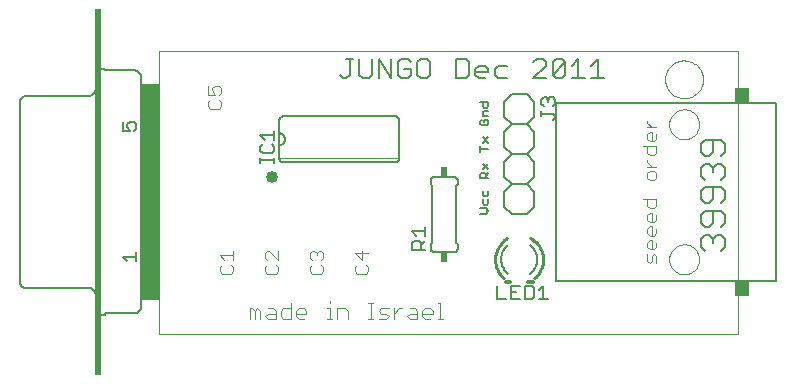
<source format=gto>
G75*
G70*
%OFA0B0*%
%FSLAX24Y24*%
%IPPOS*%
%LPD*%
%AMOC8*
5,1,8,0,0,1.08239X$1,22.5*
%
%ADD10C,0.0000*%
%ADD11C,0.0050*%
%ADD12C,0.0060*%
%ADD13C,0.0120*%
%ADD14C,0.0070*%
%ADD15C,0.0040*%
%ADD16C,0.0400*%
%ADD17C,0.0020*%
%ADD18R,0.0240X0.0340*%
%ADD19C,0.0100*%
%ADD20C,0.0080*%
%ADD21R,0.0450X0.0502*%
%ADD22R,0.0450X0.0492*%
%ADD23R,0.0200X1.2200*%
%ADD24R,0.0630X0.7244*%
D10*
X004777Y002056D02*
X004777Y011505D01*
X024069Y011505D01*
X024069Y002056D01*
X004777Y002056D01*
X021777Y004556D02*
X021779Y004600D01*
X021785Y004644D01*
X021795Y004687D01*
X021808Y004729D01*
X021825Y004770D01*
X021846Y004809D01*
X021870Y004846D01*
X021897Y004881D01*
X021927Y004913D01*
X021960Y004943D01*
X021996Y004969D01*
X022033Y004993D01*
X022073Y005012D01*
X022114Y005029D01*
X022157Y005041D01*
X022200Y005050D01*
X022244Y005055D01*
X022288Y005056D01*
X022332Y005053D01*
X022376Y005046D01*
X022419Y005035D01*
X022461Y005021D01*
X022501Y005003D01*
X022540Y004981D01*
X022576Y004957D01*
X022610Y004929D01*
X022642Y004898D01*
X022671Y004864D01*
X022697Y004828D01*
X022719Y004790D01*
X022738Y004750D01*
X022753Y004708D01*
X022765Y004666D01*
X022773Y004622D01*
X022777Y004578D01*
X022777Y004534D01*
X022773Y004490D01*
X022765Y004446D01*
X022753Y004404D01*
X022738Y004362D01*
X022719Y004322D01*
X022697Y004284D01*
X022671Y004248D01*
X022642Y004214D01*
X022610Y004183D01*
X022576Y004155D01*
X022540Y004131D01*
X022501Y004109D01*
X022461Y004091D01*
X022419Y004077D01*
X022376Y004066D01*
X022332Y004059D01*
X022288Y004056D01*
X022244Y004057D01*
X022200Y004062D01*
X022157Y004071D01*
X022114Y004083D01*
X022073Y004100D01*
X022033Y004119D01*
X021996Y004143D01*
X021960Y004169D01*
X021927Y004199D01*
X021897Y004231D01*
X021870Y004266D01*
X021846Y004303D01*
X021825Y004342D01*
X021808Y004383D01*
X021795Y004425D01*
X021785Y004468D01*
X021779Y004512D01*
X021777Y004556D01*
X021777Y009056D02*
X021779Y009100D01*
X021785Y009144D01*
X021795Y009187D01*
X021808Y009229D01*
X021825Y009270D01*
X021846Y009309D01*
X021870Y009346D01*
X021897Y009381D01*
X021927Y009413D01*
X021960Y009443D01*
X021996Y009469D01*
X022033Y009493D01*
X022073Y009512D01*
X022114Y009529D01*
X022157Y009541D01*
X022200Y009550D01*
X022244Y009555D01*
X022288Y009556D01*
X022332Y009553D01*
X022376Y009546D01*
X022419Y009535D01*
X022461Y009521D01*
X022501Y009503D01*
X022540Y009481D01*
X022576Y009457D01*
X022610Y009429D01*
X022642Y009398D01*
X022671Y009364D01*
X022697Y009328D01*
X022719Y009290D01*
X022738Y009250D01*
X022753Y009208D01*
X022765Y009166D01*
X022773Y009122D01*
X022777Y009078D01*
X022777Y009034D01*
X022773Y008990D01*
X022765Y008946D01*
X022753Y008904D01*
X022738Y008862D01*
X022719Y008822D01*
X022697Y008784D01*
X022671Y008748D01*
X022642Y008714D01*
X022610Y008683D01*
X022576Y008655D01*
X022540Y008631D01*
X022501Y008609D01*
X022461Y008591D01*
X022419Y008577D01*
X022376Y008566D01*
X022332Y008559D01*
X022288Y008556D01*
X022244Y008557D01*
X022200Y008562D01*
X022157Y008571D01*
X022114Y008583D01*
X022073Y008600D01*
X022033Y008619D01*
X021996Y008643D01*
X021960Y008669D01*
X021927Y008699D01*
X021897Y008731D01*
X021870Y008766D01*
X021846Y008803D01*
X021825Y008842D01*
X021808Y008883D01*
X021795Y008925D01*
X021785Y008968D01*
X021779Y009012D01*
X021777Y009056D01*
X021647Y010556D02*
X021649Y010606D01*
X021655Y010656D01*
X021665Y010705D01*
X021679Y010753D01*
X021696Y010800D01*
X021717Y010845D01*
X021742Y010889D01*
X021770Y010930D01*
X021802Y010969D01*
X021836Y011006D01*
X021873Y011040D01*
X021913Y011070D01*
X021955Y011097D01*
X021999Y011121D01*
X022045Y011142D01*
X022092Y011158D01*
X022140Y011171D01*
X022190Y011180D01*
X022239Y011185D01*
X022290Y011186D01*
X022340Y011183D01*
X022389Y011176D01*
X022438Y011165D01*
X022486Y011150D01*
X022532Y011132D01*
X022577Y011110D01*
X022620Y011084D01*
X022661Y011055D01*
X022700Y011023D01*
X022736Y010988D01*
X022768Y010950D01*
X022798Y010910D01*
X022825Y010867D01*
X022848Y010823D01*
X022867Y010777D01*
X022883Y010729D01*
X022895Y010680D01*
X022903Y010631D01*
X022907Y010581D01*
X022907Y010531D01*
X022903Y010481D01*
X022895Y010432D01*
X022883Y010383D01*
X022867Y010335D01*
X022848Y010289D01*
X022825Y010245D01*
X022798Y010202D01*
X022768Y010162D01*
X022736Y010124D01*
X022700Y010089D01*
X022661Y010057D01*
X022620Y010028D01*
X022577Y010002D01*
X022532Y009980D01*
X022486Y009962D01*
X022438Y009947D01*
X022389Y009936D01*
X022340Y009929D01*
X022290Y009926D01*
X022239Y009927D01*
X022190Y009932D01*
X022140Y009941D01*
X022092Y009954D01*
X022045Y009970D01*
X021999Y009991D01*
X021955Y010015D01*
X021913Y010042D01*
X021873Y010072D01*
X021836Y010106D01*
X021802Y010143D01*
X021770Y010182D01*
X021742Y010223D01*
X021717Y010267D01*
X021696Y010312D01*
X021679Y010359D01*
X021665Y010407D01*
X021655Y010456D01*
X021649Y010506D01*
X021647Y010556D01*
D11*
X017972Y009876D02*
X017972Y009726D01*
X017897Y009651D01*
X017747Y009801D02*
X017747Y009876D01*
X017822Y009951D01*
X017897Y009951D01*
X017972Y009876D01*
X017747Y009876D02*
X017672Y009951D01*
X017597Y009951D01*
X017522Y009876D01*
X017522Y009726D01*
X017597Y009651D01*
X017522Y009491D02*
X017522Y009340D01*
X017522Y009415D02*
X017897Y009415D01*
X017972Y009340D01*
X017972Y009265D01*
X017897Y009190D01*
X015752Y009163D02*
X015752Y009073D01*
X015707Y009028D01*
X015527Y009028D01*
X015482Y009073D01*
X015482Y009163D01*
X015527Y009208D01*
X015617Y009208D02*
X015617Y009118D01*
X015617Y009208D02*
X015707Y009208D01*
X015752Y009163D01*
X015752Y009322D02*
X015572Y009322D01*
X015572Y009457D01*
X015617Y009502D01*
X015752Y009502D01*
X015707Y009617D02*
X015617Y009617D01*
X015572Y009662D01*
X015572Y009797D01*
X015482Y009797D02*
X015752Y009797D01*
X015752Y009662D01*
X015707Y009617D01*
X015752Y008618D02*
X015572Y008438D01*
X015482Y008324D02*
X015482Y008144D01*
X015482Y008234D02*
X015752Y008234D01*
X015752Y008438D02*
X015572Y008618D01*
X015572Y007734D02*
X015752Y007554D01*
X015752Y007440D02*
X015662Y007350D01*
X015662Y007395D02*
X015662Y007260D01*
X015752Y007260D02*
X015482Y007260D01*
X015482Y007395D01*
X015527Y007440D01*
X015617Y007440D01*
X015662Y007395D01*
X015572Y007554D02*
X015752Y007734D01*
X015752Y006850D02*
X015752Y006715D01*
X015707Y006670D01*
X015617Y006670D01*
X015572Y006715D01*
X015572Y006850D01*
X015572Y006556D02*
X015572Y006421D01*
X015617Y006376D01*
X015707Y006376D01*
X015752Y006421D01*
X015752Y006556D01*
X015662Y006261D02*
X015482Y006261D01*
X015482Y006081D02*
X015662Y006081D01*
X015752Y006171D01*
X015662Y006261D01*
X013652Y005642D02*
X013652Y005341D01*
X013652Y005492D02*
X013202Y005492D01*
X013352Y005341D01*
X013277Y005181D02*
X013427Y005181D01*
X013502Y005106D01*
X013502Y004881D01*
X013502Y005031D02*
X013652Y005181D01*
X013277Y005181D02*
X013202Y005106D01*
X013202Y004881D01*
X013652Y004881D01*
X016052Y003681D02*
X016052Y003231D01*
X016353Y003231D01*
X016513Y003231D02*
X016813Y003231D01*
X016973Y003231D02*
X017198Y003231D01*
X017273Y003306D01*
X017273Y003606D01*
X017198Y003681D01*
X016973Y003681D01*
X016973Y003231D01*
X016663Y003456D02*
X016513Y003456D01*
X016513Y003681D02*
X016513Y003231D01*
X016513Y003681D02*
X016813Y003681D01*
X017433Y003531D02*
X017584Y003681D01*
X017584Y003231D01*
X017734Y003231D02*
X017433Y003231D01*
X008602Y007781D02*
X008602Y007931D01*
X008602Y007856D02*
X008152Y007856D01*
X008152Y007781D02*
X008152Y007931D01*
X008227Y008088D02*
X008527Y008088D01*
X008602Y008163D01*
X008602Y008313D01*
X008527Y008388D01*
X008602Y008548D02*
X008602Y008849D01*
X008602Y008698D02*
X008152Y008698D01*
X008302Y008548D01*
X008227Y008388D02*
X008152Y008313D01*
X008152Y008163D01*
X008227Y008088D01*
X004020Y008908D02*
X003945Y008833D01*
X004020Y008908D02*
X004020Y009058D01*
X003945Y009133D01*
X003795Y009133D01*
X003720Y009058D01*
X003720Y008983D01*
X003795Y008833D01*
X003570Y008833D01*
X003570Y009133D01*
X004020Y004801D02*
X004020Y004500D01*
X004020Y004650D02*
X003570Y004650D01*
X003720Y004500D01*
D12*
X002416Y003606D02*
X000337Y003606D01*
X000311Y003608D01*
X000285Y003613D01*
X000260Y003621D01*
X000237Y003633D01*
X000215Y003647D01*
X000196Y003665D01*
X000178Y003684D01*
X000164Y003706D01*
X000152Y003729D01*
X000144Y003754D01*
X000139Y003780D01*
X000137Y003806D01*
X000137Y009806D01*
X000139Y009832D01*
X000144Y009858D01*
X000152Y009883D01*
X000164Y009906D01*
X000178Y009928D01*
X000196Y009947D01*
X000215Y009965D01*
X000237Y009979D01*
X000260Y009991D01*
X000285Y009999D01*
X000311Y010004D01*
X000337Y010006D01*
X002416Y010006D01*
X002446Y010008D01*
X002476Y010013D01*
X002505Y010022D01*
X002532Y010035D01*
X002558Y010050D01*
X002582Y010069D01*
X002603Y010090D01*
X002622Y010114D01*
X002637Y010140D01*
X002650Y010167D01*
X002659Y010196D01*
X002664Y010226D01*
X002666Y010256D01*
X002987Y010856D02*
X002987Y010906D01*
X002787Y010906D01*
X002987Y010856D02*
X003937Y010856D01*
X003967Y010854D01*
X003997Y010849D01*
X004026Y010840D01*
X004053Y010827D01*
X004079Y010812D01*
X004103Y010793D01*
X004124Y010772D01*
X004143Y010748D01*
X004158Y010722D01*
X004171Y010695D01*
X004180Y010666D01*
X004185Y010636D01*
X004187Y010606D01*
X004187Y010614D02*
X004187Y002999D01*
X004187Y003006D02*
X004185Y002976D01*
X004180Y002946D01*
X004171Y002917D01*
X004158Y002890D01*
X004143Y002864D01*
X004124Y002840D01*
X004103Y002819D01*
X004079Y002800D01*
X004053Y002785D01*
X004026Y002772D01*
X003997Y002763D01*
X003967Y002758D01*
X003937Y002756D01*
X002987Y002756D01*
X002987Y002706D01*
X002787Y002706D01*
X002666Y003356D02*
X002664Y003386D01*
X002659Y003416D01*
X002650Y003445D01*
X002637Y003472D01*
X002622Y003498D01*
X002603Y003522D01*
X002582Y003543D01*
X002558Y003562D01*
X002532Y003577D01*
X002505Y003590D01*
X002476Y003599D01*
X002446Y003604D01*
X002416Y003606D01*
X008927Y007786D02*
X012627Y007786D01*
X012650Y007788D01*
X012673Y007793D01*
X012695Y007802D01*
X012715Y007815D01*
X012733Y007830D01*
X012748Y007848D01*
X012761Y007868D01*
X012770Y007890D01*
X012775Y007913D01*
X012777Y007936D01*
X012777Y009176D01*
X012775Y009199D01*
X012770Y009222D01*
X012761Y009244D01*
X012748Y009264D01*
X012733Y009282D01*
X012715Y009297D01*
X012695Y009310D01*
X012673Y009319D01*
X012650Y009324D01*
X012627Y009326D01*
X008927Y009326D01*
X008904Y009324D01*
X008881Y009319D01*
X008859Y009310D01*
X008839Y009297D01*
X008821Y009282D01*
X008806Y009264D01*
X008793Y009244D01*
X008784Y009222D01*
X008779Y009199D01*
X008777Y009176D01*
X008777Y008756D01*
X008777Y008356D01*
X008777Y007936D01*
X008779Y007913D01*
X008784Y007890D01*
X008793Y007868D01*
X008806Y007848D01*
X008821Y007830D01*
X008839Y007815D01*
X008859Y007802D01*
X008881Y007793D01*
X008904Y007788D01*
X008927Y007786D01*
X008777Y008356D02*
X008804Y008358D01*
X008831Y008363D01*
X008857Y008373D01*
X008881Y008385D01*
X008903Y008401D01*
X008923Y008419D01*
X008940Y008441D01*
X008955Y008464D01*
X008965Y008489D01*
X008973Y008515D01*
X008977Y008542D01*
X008977Y008570D01*
X008973Y008597D01*
X008965Y008623D01*
X008955Y008648D01*
X008940Y008671D01*
X008923Y008693D01*
X008903Y008711D01*
X008881Y008727D01*
X008857Y008739D01*
X008831Y008749D01*
X008804Y008754D01*
X008777Y008756D01*
X010807Y010693D02*
X010914Y010586D01*
X011021Y010586D01*
X011128Y010693D01*
X011128Y011227D01*
X011234Y011227D02*
X011021Y011227D01*
X011452Y011227D02*
X011452Y010693D01*
X011559Y010586D01*
X011772Y010586D01*
X011879Y010693D01*
X011879Y011227D01*
X012096Y011227D02*
X012523Y010586D01*
X012523Y011227D01*
X012741Y011120D02*
X012741Y010693D01*
X012848Y010586D01*
X013061Y010586D01*
X013168Y010693D01*
X013168Y010906D01*
X012954Y010906D01*
X012741Y011120D02*
X012848Y011227D01*
X013061Y011227D01*
X013168Y011120D01*
X013385Y011120D02*
X013492Y011227D01*
X013706Y011227D01*
X013812Y011120D01*
X013812Y010693D01*
X013706Y010586D01*
X013492Y010586D01*
X013385Y010693D01*
X013385Y011120D01*
X012096Y011227D02*
X012096Y010586D01*
X014674Y010586D02*
X014995Y010586D01*
X015101Y010693D01*
X015101Y011120D01*
X014995Y011227D01*
X014674Y011227D01*
X014674Y010586D01*
X015319Y010693D02*
X015319Y010906D01*
X015426Y011013D01*
X015639Y011013D01*
X015746Y010906D01*
X015746Y010800D01*
X015319Y010800D01*
X015319Y010693D02*
X015426Y010586D01*
X015639Y010586D01*
X015964Y010693D02*
X016070Y010586D01*
X016391Y010586D01*
X015964Y010693D02*
X015964Y010906D01*
X016070Y011013D01*
X016391Y011013D01*
X017253Y011120D02*
X017359Y011227D01*
X017573Y011227D01*
X017680Y011120D01*
X017680Y011013D01*
X017253Y010586D01*
X017680Y010586D01*
X017897Y010693D02*
X018324Y011120D01*
X018324Y010693D01*
X018217Y010586D01*
X018004Y010586D01*
X017897Y010693D01*
X017897Y011120D01*
X018004Y011227D01*
X018217Y011227D01*
X018324Y011120D01*
X018542Y011013D02*
X018755Y011227D01*
X018755Y010586D01*
X018542Y010586D02*
X018969Y010586D01*
X019186Y010586D02*
X019613Y010586D01*
X019400Y010586D02*
X019400Y011227D01*
X019186Y011013D01*
X017277Y009806D02*
X017027Y010056D01*
X016527Y010056D01*
X016277Y009806D01*
X016277Y009306D01*
X016527Y009056D01*
X016277Y008806D01*
X016277Y008306D01*
X016527Y008056D01*
X017027Y008056D01*
X017277Y008306D01*
X017277Y008806D01*
X017027Y009056D01*
X016527Y009056D01*
X017027Y009056D02*
X017277Y009306D01*
X017277Y009806D01*
X017027Y008056D02*
X017277Y007806D01*
X017277Y007306D01*
X017027Y007056D01*
X017277Y006806D01*
X017277Y006306D01*
X017027Y006056D01*
X016527Y006056D01*
X016277Y006306D01*
X016277Y006806D01*
X016527Y007056D01*
X016277Y007306D01*
X016277Y007806D01*
X016527Y008056D01*
X016527Y007056D02*
X017027Y007056D01*
X014727Y007056D02*
X014727Y007206D01*
X014725Y007223D01*
X014721Y007240D01*
X014714Y007256D01*
X014704Y007270D01*
X014691Y007283D01*
X014677Y007293D01*
X014661Y007300D01*
X014644Y007304D01*
X014627Y007306D01*
X013927Y007306D01*
X013910Y007304D01*
X013893Y007300D01*
X013877Y007293D01*
X013863Y007283D01*
X013850Y007270D01*
X013840Y007256D01*
X013833Y007240D01*
X013829Y007223D01*
X013827Y007206D01*
X013827Y007056D01*
X013877Y007006D01*
X013877Y005106D01*
X013827Y005056D01*
X013827Y004906D01*
X013829Y004889D01*
X013833Y004872D01*
X013840Y004856D01*
X013850Y004842D01*
X013863Y004829D01*
X013877Y004819D01*
X013893Y004812D01*
X013910Y004808D01*
X013927Y004806D01*
X014627Y004806D01*
X014644Y004808D01*
X014661Y004812D01*
X014677Y004819D01*
X014691Y004829D01*
X014704Y004842D01*
X014714Y004856D01*
X014721Y004872D01*
X014725Y004889D01*
X014727Y004906D01*
X014727Y005056D01*
X014677Y005106D01*
X014677Y007006D01*
X014727Y007056D01*
X016409Y005030D02*
X016374Y005000D01*
X016341Y004969D01*
X016311Y004934D01*
X016284Y004898D01*
X016260Y004860D01*
X016238Y004820D01*
X016220Y004778D01*
X016204Y004735D01*
X016192Y004691D01*
X016184Y004647D01*
X016179Y004601D01*
X016177Y004556D01*
X016179Y004511D01*
X016184Y004465D01*
X016192Y004421D01*
X016204Y004377D01*
X016220Y004334D01*
X016238Y004292D01*
X016260Y004252D01*
X016284Y004214D01*
X016311Y004178D01*
X016341Y004143D01*
X016374Y004112D01*
X016409Y004082D01*
X017377Y004556D02*
X017375Y004602D01*
X017370Y004648D01*
X017361Y004694D01*
X017349Y004739D01*
X017333Y004782D01*
X017314Y004824D01*
X017291Y004865D01*
X017266Y004904D01*
X017238Y004940D01*
X017207Y004975D01*
X017173Y005007D01*
X017137Y005036D01*
X017377Y004556D02*
X017375Y004509D01*
X017369Y004461D01*
X017360Y004415D01*
X017347Y004369D01*
X017331Y004325D01*
X017311Y004281D01*
X017287Y004240D01*
X017261Y004201D01*
X017231Y004164D01*
X017198Y004129D01*
X017163Y004097D01*
X017126Y004068D01*
D13*
X017077Y003806D02*
X017227Y003806D01*
X016477Y003806D02*
X016327Y003806D01*
D14*
X022852Y004973D02*
X022852Y005236D01*
X022983Y005368D01*
X023115Y005368D01*
X023247Y005236D01*
X023379Y005368D01*
X023511Y005368D01*
X023642Y005236D01*
X023642Y004973D01*
X023511Y004841D01*
X023247Y005105D02*
X023247Y005236D01*
X022852Y004973D02*
X022983Y004841D01*
X022983Y005633D02*
X023115Y005633D01*
X023247Y005765D01*
X023247Y006160D01*
X023511Y006160D02*
X023642Y006028D01*
X023642Y005765D01*
X023511Y005633D01*
X022983Y005633D02*
X022852Y005765D01*
X022852Y006028D01*
X022983Y006160D01*
X023511Y006160D01*
X023511Y006425D02*
X023642Y006557D01*
X023642Y006820D01*
X023511Y006952D01*
X022983Y006952D01*
X022852Y006820D01*
X022852Y006557D01*
X022983Y006425D01*
X023115Y006425D01*
X023247Y006557D01*
X023247Y006952D01*
X022983Y007217D02*
X022852Y007348D01*
X022852Y007612D01*
X022983Y007744D01*
X023115Y007744D01*
X023247Y007612D01*
X023379Y007744D01*
X023511Y007744D01*
X023642Y007612D01*
X023642Y007348D01*
X023511Y007217D01*
X023247Y007480D02*
X023247Y007612D01*
X023115Y008008D02*
X023247Y008140D01*
X023247Y008536D01*
X023511Y008536D02*
X023642Y008404D01*
X023642Y008140D01*
X023511Y008008D01*
X023115Y008008D02*
X022983Y008008D01*
X022852Y008140D01*
X022852Y008404D01*
X022983Y008536D01*
X023511Y008536D01*
D15*
X021357Y008569D02*
X021281Y008493D01*
X021127Y008493D01*
X021050Y008569D01*
X021050Y008723D01*
X021127Y008799D01*
X021204Y008799D01*
X021204Y008493D01*
X021357Y008569D02*
X021357Y008723D01*
X021357Y008953D02*
X021050Y008953D01*
X021050Y009106D02*
X021050Y009183D01*
X021050Y009106D02*
X021204Y008953D01*
X021357Y008339D02*
X020897Y008339D01*
X021050Y008339D02*
X021050Y008109D01*
X021127Y008032D01*
X021281Y008032D01*
X021357Y008109D01*
X021357Y008339D01*
X021050Y007879D02*
X021050Y007802D01*
X021204Y007649D01*
X021357Y007649D02*
X021050Y007649D01*
X021127Y007495D02*
X021050Y007418D01*
X021050Y007265D01*
X021127Y007188D01*
X021281Y007188D01*
X021357Y007265D01*
X021357Y007418D01*
X021281Y007495D01*
X021127Y007495D01*
X021050Y006574D02*
X021050Y006344D01*
X021127Y006267D01*
X021281Y006267D01*
X021357Y006344D01*
X021357Y006574D01*
X020897Y006574D01*
X021127Y006114D02*
X021204Y006114D01*
X021204Y005807D01*
X021281Y005807D02*
X021127Y005807D01*
X021050Y005884D01*
X021050Y006037D01*
X021127Y006114D01*
X021357Y006037D02*
X021357Y005884D01*
X021281Y005807D01*
X021204Y005654D02*
X021127Y005654D01*
X021050Y005577D01*
X021050Y005423D01*
X021127Y005347D01*
X021281Y005347D01*
X021357Y005423D01*
X021357Y005577D01*
X021204Y005654D02*
X021204Y005347D01*
X021204Y005193D02*
X021127Y005193D01*
X021050Y005117D01*
X021050Y004963D01*
X021127Y004886D01*
X021281Y004886D01*
X021357Y004963D01*
X021357Y005117D01*
X021204Y005193D02*
X021204Y004886D01*
X021281Y004733D02*
X021204Y004656D01*
X021204Y004503D01*
X021127Y004426D01*
X021050Y004503D01*
X021050Y004733D01*
X021281Y004733D02*
X021357Y004656D01*
X021357Y004426D01*
X014158Y003096D02*
X014158Y002576D01*
X014244Y002576D02*
X014071Y002576D01*
X013902Y002750D02*
X013555Y002750D01*
X013555Y002836D02*
X013555Y002663D01*
X013642Y002576D01*
X013815Y002576D01*
X013902Y002750D02*
X013902Y002836D01*
X013815Y002923D01*
X013642Y002923D01*
X013555Y002836D01*
X013386Y002836D02*
X013386Y002576D01*
X013126Y002576D01*
X013040Y002663D01*
X013126Y002750D01*
X013386Y002750D01*
X013386Y002836D02*
X013300Y002923D01*
X013126Y002923D01*
X012870Y002923D02*
X012783Y002923D01*
X012610Y002750D01*
X012610Y002923D02*
X012610Y002576D01*
X012441Y002663D02*
X012354Y002750D01*
X012181Y002750D01*
X012094Y002836D01*
X012181Y002923D01*
X012441Y002923D01*
X012441Y002663D02*
X012354Y002576D01*
X012094Y002576D01*
X011924Y002576D02*
X011750Y002576D01*
X011837Y002576D02*
X011837Y003096D01*
X011750Y003096D02*
X011924Y003096D01*
X011066Y002836D02*
X011066Y002576D01*
X010719Y002576D02*
X010719Y002923D01*
X010979Y002923D01*
X011066Y002836D01*
X010549Y002576D02*
X010375Y002576D01*
X010462Y002576D02*
X010462Y002923D01*
X010375Y002923D01*
X010462Y003096D02*
X010462Y003183D01*
X009691Y002836D02*
X009691Y002750D01*
X009344Y002750D01*
X009344Y002836D02*
X009344Y002663D01*
X009431Y002576D01*
X009604Y002576D01*
X009691Y002836D02*
X009604Y002923D01*
X009431Y002923D01*
X009344Y002836D01*
X009176Y002923D02*
X008915Y002923D01*
X008829Y002836D01*
X008829Y002663D01*
X008915Y002576D01*
X009176Y002576D01*
X009176Y003096D01*
X008660Y002836D02*
X008660Y002576D01*
X008400Y002576D01*
X008313Y002663D01*
X008400Y002750D01*
X008660Y002750D01*
X008660Y002836D02*
X008573Y002923D01*
X008400Y002923D01*
X008144Y002836D02*
X008144Y002576D01*
X007971Y002576D02*
X007971Y002836D01*
X008058Y002923D01*
X008144Y002836D01*
X007971Y002836D02*
X007884Y002923D01*
X007797Y002923D01*
X007797Y002576D01*
X008374Y004076D02*
X008681Y004076D01*
X008757Y004153D01*
X008757Y004306D01*
X008681Y004383D01*
X008757Y004536D02*
X008450Y004843D01*
X008374Y004843D01*
X008297Y004767D01*
X008297Y004613D01*
X008374Y004536D01*
X008374Y004383D02*
X008297Y004306D01*
X008297Y004153D01*
X008374Y004076D01*
X008757Y004536D02*
X008757Y004843D01*
X009797Y004767D02*
X009797Y004613D01*
X009874Y004536D01*
X009874Y004383D02*
X009797Y004306D01*
X009797Y004153D01*
X009874Y004076D01*
X010181Y004076D01*
X010257Y004153D01*
X010257Y004306D01*
X010181Y004383D01*
X010181Y004536D02*
X010257Y004613D01*
X010257Y004767D01*
X010181Y004843D01*
X010104Y004843D01*
X010027Y004767D01*
X010027Y004690D01*
X010027Y004767D02*
X009950Y004843D01*
X009874Y004843D01*
X009797Y004767D01*
X011297Y004767D02*
X011527Y004536D01*
X011527Y004843D01*
X011757Y004767D02*
X011297Y004767D01*
X011374Y004383D02*
X011297Y004306D01*
X011297Y004153D01*
X011374Y004076D01*
X011681Y004076D01*
X011757Y004153D01*
X011757Y004306D01*
X011681Y004383D01*
X014071Y003096D02*
X014158Y003096D01*
X007257Y004153D02*
X007257Y004306D01*
X007181Y004383D01*
X007257Y004536D02*
X007257Y004843D01*
X007257Y004690D02*
X006797Y004690D01*
X006950Y004536D01*
X006874Y004383D02*
X006797Y004306D01*
X006797Y004153D01*
X006874Y004076D01*
X007181Y004076D01*
X007257Y004153D01*
X006781Y009576D02*
X006474Y009576D01*
X006397Y009653D01*
X006397Y009806D01*
X006474Y009883D01*
X006397Y010036D02*
X006627Y010036D01*
X006550Y010190D01*
X006550Y010267D01*
X006627Y010343D01*
X006781Y010343D01*
X006857Y010267D01*
X006857Y010113D01*
X006781Y010036D01*
X006781Y009883D02*
X006857Y009806D01*
X006857Y009653D01*
X006781Y009576D01*
X006397Y010036D02*
X006397Y010343D01*
D16*
X008527Y007306D03*
D17*
X008777Y007926D02*
X012777Y007926D01*
D18*
X014277Y007476D03*
X014277Y004636D03*
D19*
X015977Y004556D02*
X015979Y004612D01*
X015985Y004668D01*
X015995Y004723D01*
X016008Y004777D01*
X016026Y004831D01*
X016047Y004883D01*
X016071Y004933D01*
X016100Y004982D01*
X016131Y005028D01*
X016166Y005072D01*
X016203Y005114D01*
X016244Y005152D01*
X016287Y005188D01*
X016332Y005221D01*
X016380Y005251D01*
X015977Y004556D02*
X015979Y004503D01*
X015984Y004449D01*
X015993Y004397D01*
X016005Y004345D01*
X016021Y004294D01*
X016040Y004244D01*
X016063Y004195D01*
X016089Y004148D01*
X016117Y004103D01*
X016149Y004060D01*
X016183Y004020D01*
X016221Y003981D01*
X016260Y003945D01*
X017577Y004556D02*
X017575Y004610D01*
X017570Y004664D01*
X017561Y004717D01*
X017548Y004770D01*
X017532Y004821D01*
X017512Y004871D01*
X017489Y004920D01*
X017463Y004968D01*
X017434Y005013D01*
X017401Y005056D01*
X017366Y005097D01*
X017328Y005136D01*
X017288Y005172D01*
X017245Y005205D01*
X017200Y005235D01*
X017153Y005262D01*
X017577Y004556D02*
X017575Y004502D01*
X017570Y004449D01*
X017561Y004395D01*
X017548Y004343D01*
X017532Y004292D01*
X017512Y004241D01*
X017490Y004192D01*
X017464Y004145D01*
X017434Y004100D01*
X017402Y004057D01*
X017367Y004016D01*
X017329Y003977D01*
X017289Y003941D01*
D20*
X018018Y003843D02*
X025341Y003843D01*
X025341Y009769D01*
X018018Y009769D01*
X018018Y003843D01*
D21*
X024212Y010049D03*
D22*
X024212Y003558D03*
D23*
X002727Y006806D03*
D24*
X004510Y006806D03*
M02*

</source>
